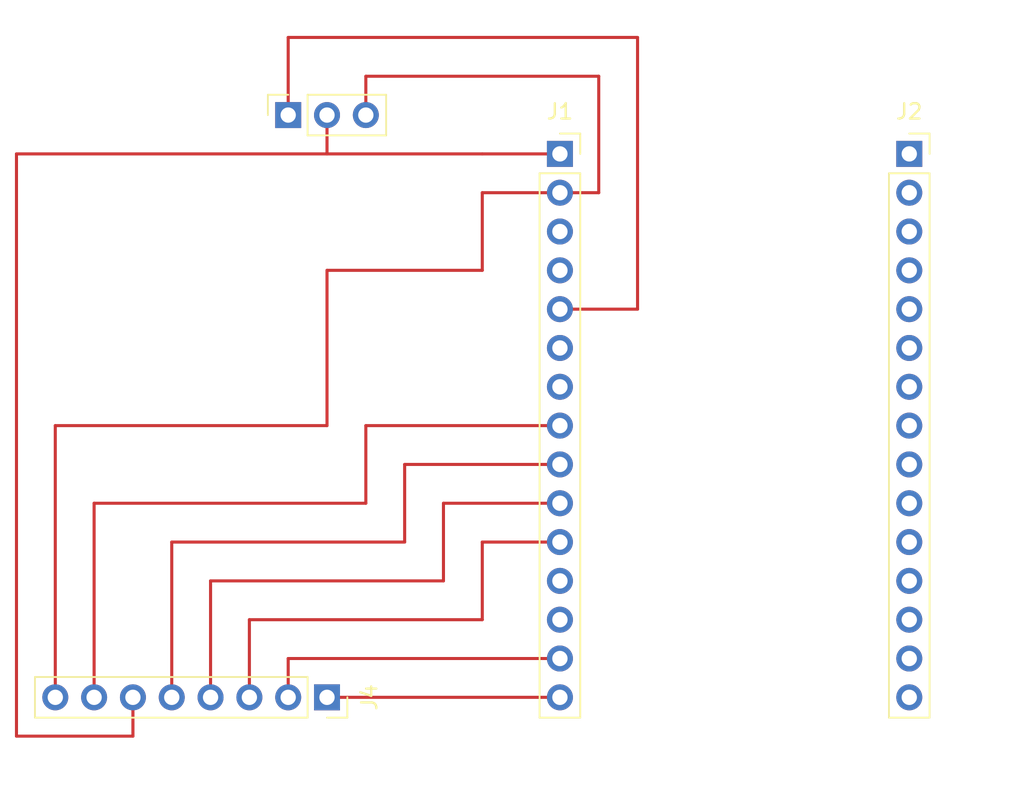
<source format=kicad_pcb>
(kicad_pcb (version 20240108) (generator "pcbnew") (generator_version "8.0")
  (layers (0 "F.Cu" signal) (31 "B.Cu" signal) (34 "B.Paste" user) (35 "F.Paste" user) (36 "B.SilkS" user "B.Silkscreen") (37 "F.SilkS" user "F.Silkscreen") (38 "B.Mask" user) (39 "F.Mask" user) (44 "Edge.Cuts" user))
  (net 0 "")
  (net 2 "Signal")
  (net 3 "DL")
  (net 4 "CE")
  (net 5 "DIN")
  (net 7 "DO")
  (net 8 "GND")
  (net 10 "VCC")
  (net 12 "RST")
  (net 15 "CLK")
  (footprint "Connector_PinSocket_2.54mm:PinSocket_1x15_P2.54mm_Vertical" (layer "F.Cu") (at 218.44 119.38)
    (property "Reference" "J2" (at 0 -2.77 0) (layer "F.SilkS"))
    (property "Value" "Conn_01x15_Socket")
    (fp_line (start -1.33 1.27) (end -1.33 36.89) (stroke (width 0.12)) (layer "F.SilkS"))
    (fp_line (start -1.33 1.27) (end 1.33 1.27) (stroke (width 0.12)) (layer "F.SilkS"))
    (fp_line (start -1.33 36.89) (end 1.33 36.89) (stroke (width 0.12)) (layer "F.SilkS"))
    (fp_line (start 0 -1.33) (end 1.33 -1.33) (stroke (width 0.12)) (layer "F.SilkS"))
    (fp_line (start 1.33 -1.33) (end 1.33 0) (stroke (width 0.12)) (layer "F.SilkS"))
    (fp_line (start 1.33 1.27) (end 1.33 36.89) (stroke (width 0.12)) (layer "F.SilkS"))
    (pad "1" thru_hole rect (at 0 0) (size 1.7 1.7) (drill 1) (layers "*.Cu" "*.Mask"))
    (pad "2" thru_hole oval (at 0 2.54) (size 1.7 1.7) (drill 1) (layers "*.Cu" "*.Mask"))
    (pad "3" thru_hole oval (at 0 5.08) (size 1.7 1.7) (drill 1) (layers "*.Cu" "*.Mask"))
    (pad "4" thru_hole oval (at 0 7.62) (size 1.7 1.7) (drill 1) (layers "*.Cu" "*.Mask"))
    (pad "5" thru_hole oval (at 0 10.16) (size 1.7 1.7) (drill 1) (layers "*.Cu" "*.Mask"))
    (pad "6" thru_hole oval (at 0 12.7) (size 1.7 1.7) (drill 1) (layers "*.Cu" "*.Mask"))
    (pad "7" thru_hole oval (at 0 15.24) (size 1.7 1.7) (drill 1) (layers "*.Cu" "*.Mask"))
    (pad "8" thru_hole oval (at 0 17.78) (size 1.7 1.7) (drill 1) (layers "*.Cu" "*.Mask"))
    (pad "9" thru_hole oval (at 0 20.32) (size 1.7 1.7) (drill 1) (layers "*.Cu" "*.Mask"))
    (pad "10" thru_hole oval (at 0 22.86) (size 1.7 1.7) (drill 1) (layers "*.Cu" "*.Mask"))
    (pad "11" thru_hole oval (at 0 25.4) (size 1.7 1.7) (drill 1) (layers "*.Cu" "*.Mask"))
    (pad "12" thru_hole oval (at 0 27.94) (size 1.7 1.7) (drill 1) (layers "*.Cu" "*.Mask"))
    (pad "13" thru_hole oval (at 0 30.48) (size 1.7 1.7) (drill 1) (layers "*.Cu" "*.Mask"))
    (pad "14" thru_hole oval (at 0 33.02) (size 1.7 1.7) (drill 1) (layers "*.Cu" "*.Mask"))
    (pad "15" thru_hole oval (at 0 35.56) (size 1.7 1.7) (drill 1) (layers "*.Cu" "*.Mask"))
  )
  (footprint "Connector_PinSocket_2.54mm:PinSocket_1x08_P2.54mm_Vertical" (layer "F.Cu") (at 180.34 154.94 -90)
    (property "Reference" "J4" (at 0 -2.77 90) (layer "F.SilkS"))
    (property "Value" "Conn_01x08_Socket")
    (fp_line (start -1.33 19.11) (end 1.33 19.11) (stroke (width 0.12)) (layer "F.SilkS"))
    (fp_line (start -1.33 1.27) (end -1.33 19.11) (stroke (width 0.12)) (layer "F.SilkS"))
    (fp_line (start -1.33 1.27) (end 1.33 1.27) (stroke (width 0.12)) (layer "F.SilkS"))
    (fp_line (start 1.33 1.27) (end 1.33 19.11) (stroke (width 0.12)) (layer "F.SilkS"))
    (fp_line (start 0 -1.33) (end 1.33 -1.33) (stroke (width 0.12)) (layer "F.SilkS"))
    (fp_line (start 1.33 -1.33) (end 1.33 0) (stroke (width 0.12)) (layer "F.SilkS"))
    (pad "1" thru_hole rect (at 0 0 270) (size 1.7 1.7) (drill 1) (layers "*.Cu" "*.Mask") (net 12 "RST"))
    (pad "2" thru_hole oval (at 0 2.54 270) (size 1.7 1.7) (drill 1) (layers "*.Cu" "*.Mask") (net 4 "CE"))
    (pad "3" thru_hole oval (at 0 5.08 270) (size 1.7 1.7) (drill 1) (layers "*.Cu" "*.Mask") (net 7 "DO"))
    (pad "4" thru_hole oval (at 0 7.62 270) (size 1.7 1.7) (drill 1) (layers "*.Cu" "*.Mask") (net 5 "DIN"))
    (pad "5" thru_hole oval (at 0 10.16 270) (size 1.7 1.7) (drill 1) (layers "*.Cu" "*.Mask") (net 15 "CLK"))
    (pad "6" thru_hole oval (at 0 12.7 270) (size 1.7 1.7) (drill 1) (layers "*.Cu" "*.Mask") (net 10 "VCC"))
    (pad "7" thru_hole oval (at 0 15.24 270) (size 1.7 1.7) (drill 1) (layers "*.Cu" "*.Mask") (net 3 "DL"))
    (pad "8" thru_hole oval (at 0 17.78 270) (size 1.7 1.7) (drill 1) (layers "*.Cu" "*.Mask") (net 8 "GND"))
  )
  (footprint "Connector_PinSocket_2.54mm:PinSocket_1x15_P2.54mm_Vertical" (layer "F.Cu") (at 195.58 119.38)
    (property "Reference" "J1" (at 0 -2.77 0) (layer "F.SilkS"))
    (property "Value" "Conn_01x15_Socket")
    (fp_line (start -1.33 1.27) (end -1.33 36.89) (stroke (width 0.12)) (layer "F.SilkS"))
    (fp_line (start -1.33 1.27) (end 1.33 1.27) (stroke (width 0.12)) (layer "F.SilkS"))
    (fp_line (start -1.33 36.89) (end 1.33 36.89) (stroke (width 0.12)) (layer "F.SilkS"))
    (fp_line (start 0 -1.33) (end 1.33 -1.33) (stroke (width 0.12)) (layer "F.SilkS"))
    (fp_line (start 1.33 -1.33) (end 1.33 0) (stroke (width 0.12)) (layer "F.SilkS"))
    (fp_line (start 1.33 1.27) (end 1.33 36.89) (stroke (width 0.12)) (layer "F.SilkS"))
    (pad "1" thru_hole rect (at 0 0) (size 1.7 1.7) (drill 1) (layers "*.Cu" "*.Mask") (net 10 "VCC"))
    (pad "2" thru_hole oval (at 0 2.54) (size 1.7 1.7) (drill 1) (layers "*.Cu" "*.Mask") (net 8 "GND"))
    (pad "3" thru_hole oval (at 0 5.08) (size 1.7 1.7) (drill 1) (layers "*.Cu" "*.Mask"))
    (pad "4" thru_hole oval (at 0 7.62) (size 1.7 1.7) (drill 1) (layers "*.Cu" "*.Mask"))
    (pad "5" thru_hole oval (at 0 10.16) (size 1.7 1.7) (drill 1) (layers "*.Cu" "*.Mask") (net 2 "Signal"))
    (pad "6" thru_hole oval (at 0 12.7) (size 1.7 1.7) (drill 1) (layers "*.Cu" "*.Mask"))
    (pad "7" thru_hole oval (at 0 15.24) (size 1.7 1.7) (drill 1) (layers "*.Cu" "*.Mask"))
    (pad "8" thru_hole oval (at 0 17.78) (size 1.7 1.7) (drill 1) (layers "*.Cu" "*.Mask") (net 3 "DL"))
    (pad "9" thru_hole oval (at 0 20.32) (size 1.7 1.7) (drill 1) (layers "*.Cu" "*.Mask") (net 15 "CLK"))
    (pad "10" thru_hole oval (at 0 22.86) (size 1.7 1.7) (drill 1) (layers "*.Cu" "*.Mask") (net 5 "DIN"))
    (pad "11" thru_hole oval (at 0 25.4) (size 1.7 1.7) (drill 1) (layers "*.Cu" "*.Mask") (net 7 "DO"))
    (pad "12" thru_hole oval (at 0 27.94) (size 1.7 1.7) (drill 1) (layers "*.Cu" "*.Mask"))
    (pad "13" thru_hole oval (at 0 30.48) (size 1.7 1.7) (drill 1) (layers "*.Cu" "*.Mask"))
    (pad "14" thru_hole oval (at 0 33.02) (size 1.7 1.7) (drill 1) (layers "*.Cu" "*.Mask") (net 4 "CE"))
    (pad "15" thru_hole oval (at 0 35.56) (size 1.7 1.7) (drill 1) (layers "*.Cu" "*.Mask") (net 12 "RST"))
  )
  (footprint "Connector_PinSocket_2.54mm:PinSocket_1x03_P2.54mm_Vertical" (layer "F.Cu") (at 177.8 116.84 90)
    (property "Reference" "J3" (hide yes))
    (property "Value" "Conn_01x03_Socket")
    (fp_line (start 1.33 -1.33) (end 1.33 0) (stroke (width 0.12)) (layer "F.SilkS"))
    (fp_line (start 0 -1.33) (end 1.33 -1.33) (stroke (width 0.12)) (layer "F.SilkS"))
    (fp_line (start 1.33 1.27) (end 1.33 6.41) (stroke (width 0.12)) (layer "F.SilkS"))
    (fp_line (start -1.33 1.27) (end 1.33 1.27) (stroke (width 0.12)) (layer "F.SilkS"))
    (fp_line (start -1.33 1.27) (end -1.33 6.41) (stroke (width 0.12)) (layer "F.SilkS"))
    (fp_line (start -1.33 6.41) (end 1.33 6.41) (stroke (width 0.12)) (layer "F.SilkS"))
    (pad "1" thru_hole rect (at 0 0 90) (size 1.7 1.7) (drill 1) (layers "*.Cu" "*.Mask") (net 2 "Signal"))
    (pad "2" thru_hole oval (at 0 2.54 90) (size 1.7 1.7) (drill 1) (layers "*.Cu" "*.Mask") (net 10 "VCC"))
    (pad "3" thru_hole oval (at 0 5.08 90) (size 1.7 1.7) (drill 1) (layers "*.Cu" "*.Mask") (net 8 "GND"))
  )
  (segment (start 177.8 116.84) (end 177.8 111.76) (width 0.2) (layer "F.Cu") (net 2))
  (segment (start 200.66 111.76) (end 200.66 129.54) (width 0.2) (layer "F.Cu") (net 2))
  (segment (start 177.8 111.76) (end 200.66 111.76) (width 0.2) (layer "F.Cu") (net 2))
  (segment (start 195.58 129.54) (end 200.66 129.54) (width 0.2) (layer "F.Cu") (net 2))
  (segment (start 165.1 142.24) (end 182.88 142.24) (width 0.2) (layer "F.Cu") (net 3))
  (segment (start 165.1 154.94) (end 165.1 142.24) (width 0.2) (layer "F.Cu") (net 3))
  (segment (start 182.88 137.16) (end 195.58 137.16) (width 0.2) (layer "F.Cu") (net 3))
  (segment (start 182.88 142.24) (end 182.88 137.16) (width 0.2) (layer "F.Cu") (net 3))
  (segment (start 177.8 154.94) (end 177.8 152.4) (width 0.2) (layer "F.Cu") (net 4))
  (segment (start 177.8 152.4) (end 195.58 152.4) (width 0.2) (layer "F.Cu") (net 4))
  (segment (start 187.96 147.32) (end 172.72 147.32) (width 0.2) (layer "F.Cu") (net 5))
  (segment (start 172.72 147.32) (end 172.72 154.94) (width 0.2) (layer "F.Cu") (net 5))
  (segment (start 187.96 142.24) (end 187.96 147.32) (width 0.2) (layer "F.Cu") (net 5))
  (segment (start 195.58 142.24) (end 187.96 142.24) (width 0.2) (layer "F.Cu") (net 5))
  (segment (start 190.5 144.78) (end 195.58 144.78) (width 0.2) (layer "F.Cu") (net 7))
  (segment (start 175.26 154.94) (end 175.26 149.86) (width 0.2) (layer "F.Cu") (net 7))
  (segment (start 175.26 149.86) (end 190.5 149.86) (width 0.2) (layer "F.Cu") (net 7))
  (segment (start 190.5 149.86) (end 190.5 144.78) (width 0.2) (layer "F.Cu") (net 7))
  (segment (start 190.5 121.92) (end 195.58 121.92) (width 0.2) (layer "F.Cu") (net 8))
  (segment (start 182.88 116.84) (end 182.88 114.3) (width 0.2) (layer "F.Cu") (net 8))
  (segment (start 182.88 114.3) (end 198.12 114.3) (width 0.2) (layer "F.Cu") (net 8))
  (segment (start 180.34 137.16) (end 180.34 127) (width 0.2) (layer "F.Cu") (net 8))
  (segment (start 198.12 114.3) (end 198.12 121.92) (width 0.2) (layer "F.Cu") (net 8))
  (segment (start 162.56 154.94) (end 162.56 137.16) (width 0.2) (layer "F.Cu") (net 8))
  (segment (start 198.12 121.92) (end 195.58 121.92) (width 0.2) (layer "F.Cu") (net 8))
  (segment (start 162.56 137.16) (end 180.34 137.16) (width 0.2) (layer "F.Cu") (net 8))
  (segment (start 180.34 127) (end 190.5 127) (width 0.2) (layer "F.Cu") (net 8))
  (segment (start 190.5 127) (end 190.5 121.92) (width 0.2) (layer "F.Cu") (net 8))
  (segment (start 160.02 157.48) (end 160.02 119.38) (width 0.2) (layer "F.Cu") (net 10))
  (segment (start 190.5 119.38) (end 195.58 119.38) (width 0.2) (layer "F.Cu") (net 10))
  (segment (start 180.34 119.38) (end 190.5 119.38) (width 0.2) (layer "F.Cu") (net 10))
  (segment (start 160.02 119.38) (end 180.34 119.38) (width 0.2) (layer "F.Cu") (net 10))
  (segment (start 167.64 154.94) (end 167.64 157.48) (width 0.2) (layer "F.Cu") (net 10))
  (segment (start 180.34 119.38) (end 180.34 116.84) (width 0.2) (layer "F.Cu") (net 10))
  (segment (start 167.64 157.48) (end 160.02 157.48) (width 0.2) (layer "F.Cu") (net 10))
  (segment (start 180.34 154.94) (end 195.58 154.94) (width 0.2) (layer "F.Cu") (net 12))
  (segment (start 185.42 144.78) (end 185.42 139.7) (width 0.2) (layer "F.Cu") (net 15))
  (segment (start 170.18 154.94) (end 170.18 144.78) (width 0.2) (layer "F.Cu") (net 15))
  (segment (start 170.18 144.78) (end 185.42 144.78) (width 0.2) (layer "F.Cu") (net 15))
  (segment (start 185.42 139.7) (end 195.58 139.7) (width 0.2) (layer "F.Cu") (net 15))
)
</source>
